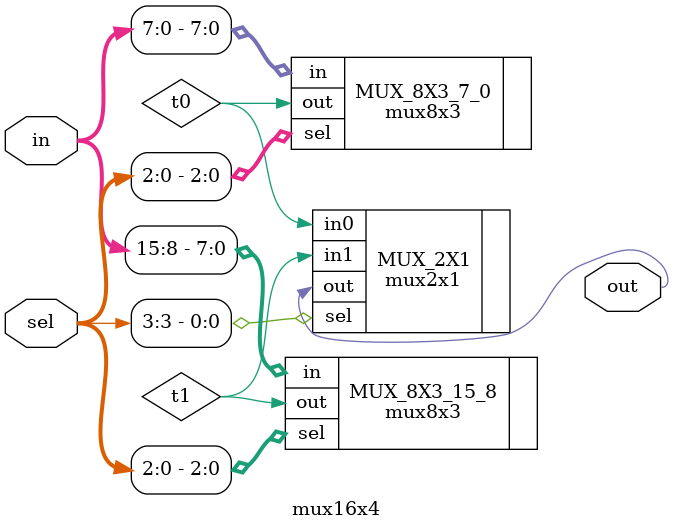
<source format=v>
`timescale 1ns / 1ps


module mux16x4(
    output out,
    input [15:0] in,
    input [3:0] sel
    );
    
    wire t0, t1;
    
    mux8x3 MUX_8X3_7_0(.out(t0), .in(in[7:0]), .sel(sel[2:0]));
    mux8x3 MUX_8X3_15_8(.out(t1), .in(in[15:8]), .sel(sel[2:0]));
    mux2x1 MUX_2X1(.out(out), .in0(t0), .in1(t1), .sel(sel[3]));
endmodule

</source>
